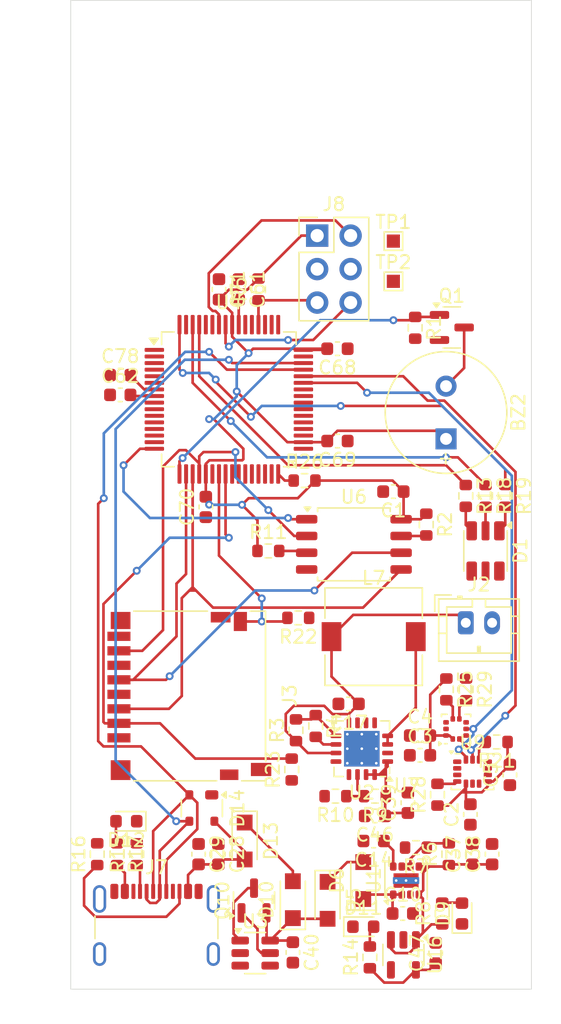
<source format=kicad_pcb>
(kicad_pcb (version 20241229) (generator "pcbnew") (generator_version "9.0")
  (layers (0 "F.Cu" signal) (2 "B.Cu" signal) (13 "F.Paste" user) (15 "B.Paste" user) (5 "F.SilkS" user "F.Silkscreen") (7 "B.SilkS" user "B.Silkscreen") (1 "F.Mask" user) (3 "B.Mask" user) (25 "Edge.Cuts" user))
  (net 0 "")
  (net 1 "+3.3V")
  (net 2 "Net-(BZ2--)")
  (net 3 "GND")
  (net 4 "Net-(D6-K)")
  (net 5 "Net-(U1-SS{slash}TR)")
  (net 6 "Net-(J2-Pin_1)")
  (net 7 "Net-(D13-A)")
  (net 8 "Net-(U16-EN)")
  (net 9 "bat")
  (net 10 "POWAAAA")
  (net 11 "Net-(U4-VDDCORE)")
  (net 12 "Net-(U4-GNDANA)")
  (net 13 "Net-(D1-BA)")
  (net 14 "Net-(D1-RA)")
  (net 15 "Net-(D1-GA)")
  (net 16 "+5V")
  (net 17 "Net-(D9-A)")
  (net 18 "VBUS")
  (net 19 "Net-(D11-A)")
  (net 20 "Net-(D12-A)")
  (net 21 "D+ DMCU-2")
  (net 22 "D- DMCU-2")
  (net 24 "SCK TMCU")
  (net 25 "MISO TMCU")
  (net 26 "SD_DETECT")
  (net 28 "MOSI TMCU")
  (net 29 "CS_SD MMCU")
  (net 31 "Net-(J7-CC2)")
  (net 32 "Net-(J7-CC1)")
  (net 34 "SWDIO DMCU-2")
  (net 35 "nRESET DMCU-2")
  (net 36 "SWCLK DMCU-2")
  (net 37 "Net-(L7-Pad2)")
  (net 38 "BUZZER")
  (net 39 "Net-(Q10-G)")
  (net 40 "Net-(U6-~{HOLD}{slash}~{RESET}{slash}IO_{3})")
  (net 41 "Net-(U2-LBI)")
  (net 42 "Net-(U1-FB)")
  (net 43 "Net-(U2-FB)")
  (net 44 "Net-(U6-~{WP}{slash}IO_{2})")
  (net 45 "2R")
  (net 46 "2G")
  (net 47 "2B")
  (net 48 "Net-(U9-CS)")
  (net 49 "Net-(U7-INT_DRDY)")
  (net 50 "CS_IMU TMCU")
  (net 51 "Net-(U9-INT1)")
  (net 52 "Net-(U7-~{CS})")
  (net 61 "I2C0_SCL")
  (net 64 "PTA12")
  (net 74 "CS_NAND MMCU")
  (net 78 "I2C0_SDA")
  (net 83 "RESETN TMCU")
  (footprint "Resistor_SMD:R_0603_1608Metric" (layer "F.Cu") (at 165.7125 126 90)
    (property "Reference" "R6")
    (property "Value" "350k")
  )
  (footprint "Capacitor_SMD:C_0603_1608Metric" (layer "F.Cu") (at 140.75 91.1625)
    (property "Reference" "C62")
    (property "Value" "100nF")
  )
  (footprint "Package_TO_SOT_SMD:TSOT-23-6" (layer "F.Cu") (at 151 133.5)
    (property "Reference" "U3")
    (property "Value" "LTC4412xS6")
  )
  (footprint "Connector_Card:microSD_HC_Hirose_DM3D-SF" (layer "F.Cu") (at 146 114 -90)
    (property "Reference" "J3")
    (property "Value" "Micro_SD_Card_Det1")
  )
  (footprint "Resistor_SMD:R_0603_1608Metric" (layer "F.Cu") (at 170 98.825 -90)
    (property "Reference" "R19")
    (property "Value" "220")
  )
  (footprint "Capacitor_SMD:C_0603_1608Metric" (layer "F.Cu") (at 146.7 126 -90)
    (property "Reference" "C29")
    (property "Value" "100n")
  )
  (footprint "Connector_PinHeader_2.54mm:PinHeader_2x03_P2.54mm_Vertical" (layer "F.Cu") (at 155.71 79.0825)
    (property "Reference" "J8")
    (property "Value" "Conn_02x03_Counter_Clockwise")
  )
  (footprint "Resistor_SMD:R_0603_1608Metric" (layer "F.Cu") (at 163.1575 86.075 -90)
    (property "Reference" "R1")
    (property "Value" "2k2")
  )
  (footprint "Package_LGA:LGA-14_3x2.5mm_P0.5mm_LayoutBorder3x4y" (layer "F.Cu") (at 167.5125 119.7375)
    (property "Reference" "U9")
    (property "Value" "LSM6DS3")
  )
  (footprint "Diode_SMD:Nexperia_CFP3_SOD-123W" (layer "F.Cu") (at 153.8625 129.45 90)
    (property "Reference" "D10")
    (property "Value" "PMEG6020ER")
  )
  (footprint "TestPoint:TestPoint_Pad_1.0x1.0mm" (layer "F.Cu") (at 161.5 82.55)
    (property "Reference" "TP2")
    (property "Value" "TestPoint")
  )
  (footprint "Package_QFP:TQFP-64_10x10mm_P0.5mm" (layer "F.Cu") (at 149 91.5)
    (property "Reference" "U4")
    (property "Value" "TMCU")
  )
  (footprint "Capacitor_SMD:C_0603_1608Metric" (layer "F.Cu") (at 163.525 117)
    (property "Reference" "C4")
    (property "Value" "100nF")
  )
  (footprint "TestPoint:TestPoint_Pad_1.0x1.0mm" (layer "F.Cu") (at 161.5 79.5)
    (property "Reference" "TP1")
    (property "Value" "TestPoint")
  )
  (footprint "Package_SO:SOIC-8_5.3x5.3mm_P1.27mm" (layer "F.Cu") (at 158.5 102.5)
    (property "Reference" "U6")
    (property "Value" "NAND")
  )
  (footprint "Diode_SMD:Nexperia_CFP3_SOD-123W" (layer "F.Cu") (at 156.5 129.5 -90)
    (property "Reference" "D5")
    (property "Value" "PMEG6020ER")
  )
  (footprint "Diode_SMD:Nexperia_CFP3_SOD-123W" (layer "F.Cu") (at 150.2 125 -90)
    (property "Reference" "D13")
    (property "Value" "PMEG6020ER")
  )
  (footprint "Capacitor_SMD:C_0603_1608Metric" (layer "F.Cu") (at 164.7125 133.5 90)
    (property "Reference" "C47")
    (property "Value" "1u")
  )
  (footprint "Inductor_SMD:L_7.3x7.3_H4.5" (layer "F.Cu") (at 160 109.5)
    (property "Reference" "L7")
    (property "Value" "SLF7055T-6R8N2R8-3PF")
  )
  (footprint "Resistor_SMD:R_0603_1608Metric" (layer "F.Cu") (at 140.5 126 -90)
    (property "Reference" "R17")
    (property "Value" "330")
  )
  (footprint "Resistor_SMD:R_0603_1608Metric" (layer "F.Cu") (at 154.1 116.6 90)
    (property "Reference" "R3")
    (property "Value" "100k")
  )
  (footprint "Capacitor_SMD:C_0603_1608Metric" (layer "F.Cu") (at 163.525 118.5)
    (property "Reference" "C3")
    (property "Value" "100nF")
  )
  (footprint "Resistor_SMD:R_0603_1608Metric" (layer "F.Cu") (at 165.525 113.5 -90)
    (property "Reference" "R25")
    (property "Value" "10k")
  )
  (footprint "LED_SMD:LED_0603_1608Metric" (layer "F.Cu") (at 166.7125 130.5 90)
    (property "Reference" "D9")
    (property "Value" "LED")
  )
  (footprint "Resistor_SMD:R_0603_1608Metric" (layer "F.Cu") (at 168.5 98.825 -90)
    (property "Reference" "R18")
    (property "Value" "220")
  )
  (footprint "Capacitor_SMD:C_0603_1608Metric" (layer "F.Cu") (at 161.5 98.5 180)
    (property "Reference" "C1")
    (property "Value" "100nF")
  )
  (footprint "Resistor_SMD:R_0603_1608Metric" (layer "F.Cu") (at 163.2125 125.5 180)
    (property "Reference" "R7")
    (property "Value" "100k")
  )
  (footprint "Capacitor_SMD:C_0603_1608Metric" (layer "F.Cu") (at 170.35 119.9875 90)
    (property "Reference" "C5")
    (property "Value" "100nF")
  )
  (footprint "Resistor_SMD:R_0603_1608Metric" (layer "F.Cu") (at 153.775 119.575 90)
    (property "Reference" "R23")
    (property "Value" "10kΩ")
  )
  (footprint "Resistor_SMD:R_0603_1608Metric" (layer "F.Cu") (at 142 126 90)
    (property "Reference" "R15")
    (property "Value" "5k1")
  )
  (footprint "Capacitor_SMD:C_0603_1608Metric" (layer "F.Cu") (at 160 125 180)
    (property "Reference" "C14")
    (property "Value" "3.3 nF")
  )
  (footprint "Package_TO_SOT_SMD:SOT-23" (layer "F.Cu") (at 150.9125 129.5125 90)
    (property "Reference" "Q10")
    (property "Value" "DMG2301L")
  )
  (footprint "LED_SMD:LED_0603_1608Metric" (layer "F.Cu") (at 159.2125 131.5)
    (property "Reference" "D11")
    (property "Value" "LED")
  )
  (footprint "LED_SMD:LED_ROHM_SMLVN6" (layer "F.Cu") (at 168.5 103 -90)
    (property "Reference" "D1")
    (property "Value" "SMLVN6RGB")
  )
  (footprint "Connector_USB:USB_C_Receptacle_GCT_USB4105-xx-A_16P_TopMnt_Horizontal" (layer "F.Cu") (at 143.5 132.5)
    (property "Reference" "J7")
    (property "Value" "USB_C_Receptacle_USB2.0_16P")
  )
  (footprint "Package_LGA:Texas_SIL0008D_MicroSiP-8-1EP_2.8x3mm_P0.65mm_EP1.1x1.9mm_ThermalVias" (layer "F.Cu") (at 162.4625 128 90)
    (property "Reference" "U1")
    (property "Value" "TPS82130")
  )
  (footprint "Capacitor_SMD:C_0603_1608Metric" (layer "F.Cu") (at 160.1 123.1 180)
    (property "Reference" "C46")
    (property "Value" "100u")
  )
  (footprint "Resistor_SMD:R_0603_1608Metric" (layer "F.Cu") (at 167.025 113.5 -90)
    (property "Reference" "R29")
    (property "Value" "10k")
  )
  (footprint "Package_DFN_QFN:Texas_RSA_VQFN-16-1EP_4x4mm_P0.65mm_EP2.7x2.7mm_ThermalVias" (layer "F.Cu") (at 159.1 118 180)
    (property "Reference" "U2")
    (property "Value" "TPS61092")
  )
  (footprint "Resistor_SMD:R_0603_1608Metric" (layer "F.Cu") (at 157.1 121.6 180)
    (property "Reference" "R10")
    (property "Value" "100k")
  )
  (footprint "Resistor_SMD:R_0603_1608Metric" (layer "F.Cu") (at 152 103)
    (property "Reference" "R11")
    (property "Value" "10kΩ")
  )
  (footprint "Resistor_SMD:R_0603_1608Metric" (layer "F.Cu") (at 154.275 108.075 180)
    (property "Reference" "R22")
    (property "Value" "10k")
  )
  (footprint "Package_TO_SOT_SMD:SOT-143" (layer "F.Cu") (at 146.95 122.5 -90)
    (property "Reference" "D14")
    (property "Value" "PRTR5V0U2X")
  )
  (footprint "Resistor_SMD:R_0603_1608Metric" (layer "F.Cu") (at 159.7125 133.825 90)
    (property "Reference" "R14")
    (property "Value" "330")
  )
  (footprint "Resistor_SMD:R_0603_1608Metric" (layer "F.Cu") (at 167 98.825 -90)
    (property "Reference" "R13")
    (property "Value" "220")
  )
  (footprint "Capacitor_SMD:C_0603_1608Metric" (layer "F.Cu") (at 149.75 83.1625 -90)
    (property "Reference" "C61")
    (property "Value" "100nF")
  )
  (footprint "Resistor_SMD:R_0603_1608Metric" (layer "F.Cu") (at 151.25 83.1625 90)
    (property "Reference" "R5")
    (property "Value" "10k")
  )
  (footprint "Resistor_SMD:R_0603_1608Metric" (layer "F.Cu") (at 169.35 117.4875 180)
    (property "Reference" "R21")
    (property "Value" "10k")
  )
  (footprint "Package_LGA:ST_HLGA-10_2x2mm_P0.5mm_LayoutBorder3x2y" (layer "F.Cu") (at 166.2625 116.5 90)
    (property "Reference" "U7")
    (property "Value" "LPS22HB")
  )
  (footprint "Capacitor_SMD:C_0603_1608Metric" (layer "F.Cu") (at 169 126 90)
    (property "Reference" "C38")
    (property "Value" "1uF")
  )
  (footprint "Resistor_SMD:R_0603_1608Metric" (layer "F.Cu") (at 160.1 121.6 180)
    (property "Reference" "R9")
    (property "Value" "430k")
  )
  (footprint "LED_SMD:LED_0603_1608Metric" (layer "F.Cu") (at 141.2125 123.5 180)
    (property "Reference" "D12")
    (property "Value" "LED")
  )
  (footprint "Capacitor_SMD:C_0603_1608Metric" (layer "F.Cu") (at 147.25 99.6625 90)
    (property "Reference" "C70")
    (property "Value" "100nF")
  )
  (footprint "Package_TO_SOT_SMD:SOT-23" (layer "F.Cu") (at 165.9375 86.05)
    (property "Reference" "Q1")
    (property "Value" "BSS138")
  )
  (footprint "Capacitor_SMD:C_0603_1608Metric" (layer "F.Cu") (at 157.25 94.6625 180)
    (property "Reference" "C69")
    (property "Value" "100nF")
  )
  (footprint "Capacitor_SMD:C_0603_1608Metric" (layer "F.Cu") (at 140.75 89.6625)
    (property "Reference" "C78")
    (property "Value" "100nF")
  )
  (footprint "Package_TO_SOT_SMD:SOT-23-5" (layer "F.Cu") (at 162.2625 133.6375 -90)
    (property "Reference" "U16")
    (property "Value" "AP2112K-3.3")
  )
  (footprint "Capacitor_SMD:C_0603_1608Metric" (layer "F.Cu") (at 167.35 122.9875 90)
    (property "Reference" "C2")
    (property "Value" "100nF")
  )
  (footprint "Capacitor_SMD:C_0603_1608Metric" (layer "F.Cu") (at 157.25 87.6625 180)
    (property "Reference" "C68")
    (property "Value" "100nF")
  )
  (footprint "Diode_SMD:Nexperia_CFP3_SOD-123W" (layer "F.Cu") (at 159.2125 128 90)
    (property "Reference" "D6")
    (property "Value" "PMEG6020ER")
  )
  (footprint "Resistor_SMD:R_0603_1608Metric" (layer "F.Cu") (at 155.6 116.275 -90)
    (property "Reference" "R4")
    (property "Value" "100k")
  )
  (footprint "Capacitor_SMD:C_0603_1608Metric" (layer "F.Cu") (at 167.5 126 90)
    (property "Reference" "C37")
    (property "Value" "22uF")
  )
  (footprint "Capacitor_SMD:C_0603_1608Metric" (layer "F.Cu") (at 162.2125 130.5)
    (property "Reference" "C10")
    (property "Value" "10uF")
  )
  (footprint "Resistor_SMD:R_0603_1608Metric" (layer "F.Cu") (at 164.85 121.4875 90)
    (property "Reference" "R28")
    (property "Value" "10k")
  )
  (footprint "Resistor_SMD:R_0603_1608Metric" (layer "F.Cu") (at 165.2125 130.5 90)
    (property "Reference" "R8")
    (property "Value" "100")
  )
  (footprint "Capacitor_SMD:C_0603_1608Metric" (layer "F.Cu") (at 162.6 122.1 90)
    (property "Reference" "C39")
    (property "Value" "2u2")
  )
  (footprint "Resistor_SMD:R_0603_1608Metric" (layer "F.Cu") (at 164 101 -90)
    (property "Reference" "R2")
    (property "Value" "10kΩ")
  )
  (footprint "Resistor_SMD:R_0603_1608Metric" (layer "F.Cu") (at 139 126 90)
    (property "Reference" "R16")
    (property "Value" "5k1")
  )
  (footprint "Connector_JST:JST_PH_B2B-PH-K_1x02_P2.00mm_Vertical" (layer "F.Cu") (at 167 108.45)
    (property "Reference" "J2")
    (property "Value" "Conn_01x02_Pin")
  )
  (footprint "Capacitor_SMD:C_0603_1608Metric" (layer "F.Cu") (at 158.1 114.6 180)
    (property "Reference" "C17")
    (property "Value" "10u")
  )
  (footprint "Capacitor_SMD:C_0603_1608Metric" (layer "F.Cu") (at 148.2 126 -90)
    (property "Reference" "C28")
    (property "Value" "4n7")
  )
  (footprint "Resistor_SMD:R_0603_1608Metric" (layer "F.Cu") (at 154.75 97.6625)
    (property "Reference" "R26")
    (property "Value" "R")
  )
  (footprint "Buzzer_Beeper:MagneticBuzzer_PUI_AT-0927-TT-6-R" (layer "F.Cu") (at 165.5 94.5 90)
    (property "Reference" "BZ2")
    (property "Value" "Buzzer")
  )
  (footprint "Capacitor_SMD:C_0603_1608Metric" (layer "F.Cu") (at 153.8625 133.45 -90)
    (property "Reference" "C40")
    (property "Value" "10uF")
  )
  (footprint "Capacitor_SMD:C_0603_1608Metric" (layer "F.Cu") (at 148.25 83.1625 -90)
    (property "Reference" "C71")
    (property "Value" "100nF")
  )
  (gr_rect (start 136.9875 61.2375) (end 171.9875 136.2375) (stroke (width 0.05)) (fill no) (layer "Edge.Cuts"))
  (segment (start 164.3 118.5) (end 164.3 117) (width 0.2) (layer "F.Cu") (net 1))
  (segment (start 149.001 83.1865) (end 148.25 83.9375) (width 0.2) (layer "F.Cu") (net 1))
  (segment (start 170.175 117.4875) (end 170.175 119.0375) (width 0.2) (layer "F.Cu") (net 1))
  (segment (start 156.3875 94.75) (end 156.475 94.6625) (width 0.2) (layer "F.Cu") (net 1))
  (segment (start 150.401 83.1865) (end 149.001 83.1865) (width 0.2) (layer "F.Cu") (net 1))
  (segment (start 164.3 113.9) (end 165.525 112.675) (width 0.2) (layer "F.Cu") (net 1))
  (segment (start 170.175 119.0375) (end 170.35 119.2125) (width 0.2) (layer "F.Cu") (net 1))
  (segment (start 164.8865 93.8865) (end 157.251 93.8865) (width 0.2) (layer "F.Cu") (net 1))
  (segment (start 155.575 97.6625) (end 161.4375 97.6625) (width 0.2) (layer "F.Cu") (net 1))
  (segment (start 165.5 117) (end 164.3 117) (width 0.2) (layer "F.Cu") (net 1))
  (segment (start 149.25 86.75) (end 150.5 88) (width 0.2) (layer "F.Cu") (net 1))
  (segment (start 147.25 96.391176) (end 147.25 97.1625) (width 0.2) (layer "F.Cu") (net 1))
  (segment (start 141.6125 91.25) (end 143.3375 91.25) (width 0.2) (layer "F.Cu") (net 1))
  (segment (start 147.5 93) (end 147.849943 93) (width 0.2) (layer "F.Cu") (net 1))
  (segment (start 162.275 98.5) (end 162.275 100.4075) (width 0.2) (layer "F.Cu") (net 1))
  (segment (start 150 99.5) (end 151.175 100.675) (width 0.2) (layer "F.Cu") (net 1))
  (segment (start 162.275 100.4075) (end 162.0875 100.595) (width 0.2) (layer "F.Cu") (net 1))
  (segment (start 160.801 135.7385) (end 162.249 135.7385) (width 0.2) (layer "F.Cu") (net 1))
  (segment (start 156.475 87.6625) (end 150.8375 87.6625) (width 0.2) (layer "F.Cu") (net 1))
  (segment (start 154.6625 94.75) (end 156.3875 94.75) (width 0.2) (layer "F.Cu") (net 1))
  (segment (start 162.0875 100.595) (end 163.58 100.595) (width 0.2) (layer "F.Cu") (net 1))
  (segment (start 165.5 94.5) (end 164.8865 93.8865) (width 0.2) (layer "F.Cu") (net 1))
  (segment (start 164.2125 134.775) (end 164.7125 134.275) (width 0.2) (layer "F.Cu") (net 1))
  (segment (start 149.25 85.8375) (end 149.25 86.75) (width 0.2) (layer "F.Cu") (net 1))
  (segment (start 149.25 84.9375) (end 148.25 83.9375) (width 0.2) (layer "F.Cu") (net 1))
  (segment (start 150.5 99) (end 150 99.5) (width 0.2) (layer "F.Cu") (net 1))
  (segment (start 166.668749 121.306249) (end 167.0125 120.962499) (width 0.2) (layer "F.Cu") (net 1))
  (segment (start 161.4375 97.6625) (end 162.275 98.5) (width 0.2) (layer "F.Cu") (net 1))
  (segment (start 156.3875 87.75) (end 156.475 87.6625) (width 0.2) (layer "F.Cu") (net 1))
  (segment (start 147.849943 93) (end 150.101 95.251057) (width 0.2) (layer "F.Cu") (net 1))
  (segment (start 154.505 79.0825) (end 151.25 82.3375) (width 0.2) (layer "F.Cu") (net 1))
  (segment (start 159.7125 134.65) (end 160.801 135.7385) (width 0.2) (layer "F.Cu") (net 1))
  (segment (start 165.75 117) (end 166.0125 117.2625) (width 0.2) (layer "F.Cu") (net 1))
  (segment (start 164.85 122.3125) (end 165.662499 122.3125) (width 0.2) (layer "F.Cu") (net 1))
  (segment (start 157.251 93.8865) (end 156.475 94.6625) (width 0.2) (layer "F.Cu") (net 1))
  (segment (start 165.662499 122.3125) (end 166.668749 121.306249) (width 0.2) (layer "F.Cu") (net 1))
  (segment (start 147.517176 96.124) (end 147.25 96.391176) (width 0.2) (layer "F.Cu") (net 1))
  (segment (start 155.71 79.0825) (end 154.505 79.0825) (width 0.2) (layer "F.Cu") (net 1))
  (segment (start 150.017176 96.124) (end 147.517176 96.124) (width 0.2) (layer "F.Cu") (net 1))
  (segment (start 151.25 82.3375) (end 150.401 83.1865) (width 0.2) (layer "F.Cu") (net 1))
  (segment (start 167.0125 121.875) (end 167.35 122.2125) (width 0.2) (layer "F.Cu") (net 1))
  (segment (start 147.25 99.2375) (end 147.5 99.4875) (width 0.2) (layer "F.Cu") (net 1))
  (segment (start 168.675 120.851848) (end 168.220599 121.306249) (width 0.2) (layer "F.Cu") (net 1))
  (segment (start 153.44706 94.75) (end 149.59853 90.90147) (width 0.2) (layer "F.Cu") (net 1))
  (segment (start 168.675 120.4875) (end 169.075 120.4875) (width 0.2) (layer "F.Cu") (net 1))
  (segment (start 165.5 117) (end 165.75 117) (width 0.2) (layer "F.Cu") (net 1))
  (segment (start 167.0125 120.962499) (end 167.0125 120.65) (width 0.2) (layer "F.Cu") (net 1))
  (segment (start 163.58 100.595) (end 164 100.175) (width 0.2) (layer "F.Cu") (net 1))
  (segment (start 167.0125 120.65) (end 167.0125 121.875) (width 0.2) (layer "F.Cu") (net 1))
  (segment (start 155.575 97.6625) (end 154.2375 99) (width 0.2) (layer "F.Cu") (net 1))
  (segment (start 169.075 120.4875) (end 170.35 119.2125) (width 0.2) (layer "F.Cu") (net 1))
  (segment (start 154.6625 94.75) (end 153.44706 94.75) (width 0.2) (layer "F.Cu") (net 1))
  (segment (start 162.249 135.7385) (end 163.2125 134.775) (width 0.2) (layer "F.Cu") (net 1))
  (segment (start 150.101 96.040176) (end 150.017176 96.124) (width 0.2) (layer "F.Cu") (net 1))
  (segment (start 147.25 98.8875) (end 147.25 99.2375) (width 0.2) (layer "F.Cu") (net 1))
  (segment (start 154.6625 87.75) (end 156.3875 87.75) (width 0.2) (layer "F.Cu") (net 1))
  (segment (start 163.2125 134.775) (end 164.2125 134.775) (width 0.2) (layer "F.Cu") (net 1))
  (segment (start 164.3 117) (end 164.3 113.9) (width 0.2) (layer "F.Cu") (net 1))
  (segment (start 150.8375 87.6625) (end 150.5 88) (width 0.2) (layer "F.Cu") (net 1))
  (segment (start 150.101 95.251057) (end 150.101 96.040176) (width 0.2) (layer "F.Cu") (net 1))
  (segment (start 154.2375 99) (end 150.5 99) (width 0.2) (layer "F.Cu") (net 1))
  (segment (start 151.175 100.675) (end 151.175 103) (width 0.2) (layer "F.Cu") (net 1))
  (segment (start 141.525 91.1625) (end 141.6125 91.25) (width 0.2) (layer "F.Cu") (net 1))
  (segment (start 149.25 85.8375) (end 149.25 84.9375) (width 0.2) (layer "F.Cu") (net 1))
  (segment (start 168.675 120.4875) (end 168.675 120.851848) (width 0.2) (layer "F.Cu") (net 1))
  (segment (start 147.25 98.8875) (end 147.25 97.1625) (width 0.2) (layer "F.Cu") (net 1))
  (segment (start 168.220599 121.306249) (end 166.668749 121.306249) (width 0.2) (layer "F.Cu") (net 1))
  (via (at 149.59853 90.90147) (size 0.6) (drill 0.3) (layers "F.Cu" "B.Cu") (net 1))
  (via (at 150.5 88) (size 0.6) (drill 0.3) (layers "F.Cu" "B.Cu") (net 1))
  (via (at 147.5 99.4875) (size 0.6) (drill 0.3) (layers "F.Cu" "B.Cu") (net 1))
  (via (at 147.5 93) (size 0.6) (drill 0.3) (layers "F.Cu" "B.Cu") (net 1))
  (via (at 150 99.5) (size 0.6) (drill 0.3) (layers "F.Cu" "B.Cu") (net 1))
  (segment (start 149.59853 91.277351) (end 147.875881 93) (width 0.2) (layer "B.Cu") (net 1))
  (segment (start 149.59853 88.90147) (end 149.59853 90.90147) (width 0.2) (layer "B.Cu") (net 1))
  (segment (start 150.5 88) (end 149.59853 88.90147) (width 0.2) (layer "B.Cu") (net 1))
  (segment (start 147.875881 93) (end 147.5 93) (width 0.2) (layer "B.Cu") (net 1))
  (segment (start 147.5125 99.5) (end 150 99.5) (width 0.2) (layer "B.Cu") (net 1))
  (segment (start 149.59853 90.90147) (end 149.59853 91.277351) (width 0.2) (layer "B.Cu") (net 1))
  (segment (start 147.5 99.4875) (end 147.5125 99.5) (width 0.2) (layer "B.Cu") (net 1))
  (segment (start 166.875 89.125) (end 165.5 90.5) (width 0.2) (layer "F.Cu") (net 2))
  (segment (start 166.875 86.05) (end 166.875 89.125) (width 0.2) (layer "F.Cu") (net 2))
  (segment (start 156.175 117.675) (end 155.6 117.1) (width 0.2) (layer "F.Cu") (net 3))
  (segment (start 157.1375 117.675) (end 156.175 117.675) (width 0.2) (layer "F.Cu") (net 3))
  (segment (start 161.4875 129.0625) (end 159.55 129.0625) (width 0.2) (layer "F.Cu") (net 4))
  (segment (start 159.55 129.0625) (end 159.2125 129.4) (width 0.2) (layer "F.Cu") (net 4))
  (segment (start 161.4375 129.1125) (end 161.4875 129.0625) (width 0.2) (layer "F.Cu") (net 4))
  (segment (start 162.1375 129.0625) (end 161.4875 129.0625) (width 0.2) (layer "F.Cu") (net 4))
  (segment (start 161.4375 130.5) (end 161.4375 129.1125) (width 0.2) (layer "F.Cu") (net 4))
  (segment (start 161.4875 126.9375) (end 161.4875 125.7125) (width 0.2) (layer "F.Cu") (net 5))
  (segment (start 161.4875 125.7125) (end 160.775 125) (width 0.2) (layer "F.Cu") (net 5))
  (segment (start 158.099 115.376) (end 158.875 114.6) (width 0.2) (layer "F.Cu") (net 6))
  (segment (start 154.1 117.425) (end 153.324 116.649) (width 0.2) (layer "F.Cu") (net 6))
  (segment (start 158.875 114.6) (end 158.125 115.35) (width 0.2) (layer "F.Cu") (net 6))
  (segment (start 154.1 117.425) (end 155 118.325) (width 0.2) (layer "F.Cu") (net 6))
  (segment (start 156.87589 115.376) (end 158.099 115.376) (width 0.2) (layer "F.Cu") (net 6))
  (segment (start 156.8 112.525) (end 158.875 114.6) (width 0.2) (layer "F.Cu") (net 6))
  (segment (start 158.125 115.35) (end 158.125 116.0375) (width 0.2) (layer "F.Cu") (net 6))
  (segment (start 166.4 107.85) (end 158.45 107.85) (width 0.2) (layer "F.Cu") (net 6))
  (segment (start 167 108.45) (end 166.4 107.85) (width 0.2) (layer "F.Cu") (net 6))
  (segment (start 153.324 116.649) (end 153.324 115.361936) (width 0.2) (layer "F.Cu") (net 6))
  (segment (start 156.8 109.5) (end 156.8 112.525) (width 0.2) (layer "F.Cu") (net 6))
  (segment (start 153.324 115.361936) (end 153.936936 114.749) (width 0.2) (layer "F.Cu") (net 6))
  (segment (start 156.24889 114.749) (end 156.87589 115.376) (width 0.2) (layer "F.Cu") (net 6))
  (segment (start 153.936936 114.749) (end 156.24889 114.749) (width 0.2) (layer "F.Cu") (net 6))
  (segment (start 155 118.325) (end 157.1375 118.325) (width 0.2) (layer "F.Cu") (net 6))
  (segment (start 158.45 107.85) (end 156.8 109.5) (width 0.2) (layer "F.Cu") (net 6))
  (segment (start 150.2 126.4) (end 148.575 126.4) (width 0.2) (layer "F.Cu") (net 7))
  (segment (start 150.2 125.8) (end 150.2 126.4) (width 0.2) (layer "F.Cu") (net 7))
  (segment (start 145.9 127.575) (end 145.9 128.82) (width 0.2) (layer "F.Cu") (net 7))
  (segment (start 147.9 123.5) (end 150.2 125.8) (width 0.2) (layer "F.Cu") (net 7))
  (segment (start 140.5 126.825) (end 141.1 127.425) (width 0.2) (layer "F.Cu") (net 7))
  (segment (start 148.575 126.4) (end 148.2 126.775) (width 0.2) (layer "F.Cu") (net 7))
  (segment (start 146.7 126.775) (end 145.9 127.575) (width 0.2) (layer "F.Cu") (net 7))
  (segment (start 141.1 127.425) (end 141.1 128.82) (width 0.2) (layer "F.Cu") (net 7))
  (segment (start 148.2 126.775) (end 146.7 126.775) (width 0.2) (layer "F.Cu") (net 7))
  (segment (start 163.7635 127.5) (end 163.7635 127.3865) (width 0.2) (layer "F.Cu") (net 8))
  (segment (start 163.2125 133) (end 163.2125 132.5) (width 0.2) (layer "F.Cu") (net 8))
  (segment (start 163.7635 127.5) (end 163.7635 127.2635) (width 0.2) (layer "F.Cu") (net 8))
  (segment (start 163.7385 131.974) (end 163.7385 129.3635) (width 0.2) (layer "F.Cu") (net 8))
  (segment (start 165.7625 126.775) (end 165.7125 126.825) (width 0.2) (layer "F.Cu") (net 8))
  (segment (start 163.7635 128.7365) (end 163.7635 127.5) (width 0.2) (layer "F.Cu") (net 8))
  (segment (start 164.3875 131.325) (end 163.2125 132.5) (width 0.2) (layer "F.Cu") (net 8))
  (segment (start 164.2125 126.9375) (end 165.6 126.9375) (width 0.2) (layer "F.Cu") (net 8))
  (segment (start 167.5 126.775) (end 165.7625 126.775) (width 0.2) (layer "F.Cu") (net 8))
  (segment (start 165.2125 131.325) (end 164.3875 131.325) (width 0.2) (layer "F.Cu") (net 8))
  (segment (start 163.7125 126.9375) (end 164.2125 126.9375) (width 0.2) (layer "F.Cu") (net 8))
  (segment (start 164.18125 126.96875) (end 164.2125 126.9375) (width 0.2) (layer "F.Cu") (net 8))
  (segment (start 165.6 126.9375) (end 165.7125 126.825) (width 0.2) (layer "F.Cu") (net 8))
  (segment (start 161.3125 133.162499) (end 161.650001 133.5) (width 0.2) (layer "F.Cu") (net 8))
  (segment (start 163.95625 126.96875) (end 164.18125 126.96875) (width 0.2) (layer "F.Cu") (net 8))
  (segment (start 161.650001 133.5) (end 162.7125 133.5) (width 0.2) (layer "F.Cu") (net 8))
  (segment (start 163.7635 127.2635) (end 163.7125 127.2125) (width 0.2) (layer "F.Cu") (net 8))
  (segment (start 169 126.775) (end 167.5 126.775) (width 0.2) (layer "F.Cu") (net 8))
  (segment (start 163.2125 132.5) (end 163.7385 131.974) (width 0.2) (layer "F.Cu") (net 8))
  (segment (start 163.7635 127.2635) (end 163.4375 126.9375) (width 0.2) (layer "F.Cu") (net 8))
  (segment (start 163.4375 129.0625) (end 163.7635 128.7365) (width 0.2) (layer "F.Cu") (net 8))
  (segment (start 163.7635 127.3865) (end 164.18125 126.96875) (width 0.2) (layer "F.Cu") (net 8))
  (segment (start 163.7385 129.3635) (end 163.4375 129.0625) (width 0.2) (layer "F.Cu") (net 8))
  (segment (start 163.7125 127.2125) (end 163.95625 126.96875) (width 0.2) (layer "F.Cu") (net 8))
  (segment (start 163.7125 127.2125) (end 163.7125 126.9375) (width 0.2) (layer "F.Cu") (net 8))
  (segment (start 163.4375 126.9375) (end 163.7125 126.9375) (width 0.2) (layer "F.Cu") (net 8))
  (segment (start 162.7125 133.5) (end 163.2125 133) (width 0.2) (layer "F.Cu") (net 8))
  (segment (start 161.3125 132.5) (end 161.3125 133.162499) (width 0.2) (layer "F.Cu") (net 8))
  (segment (start 160.7875 119.9625) (end 160.925 120.1) (width 0.2) (layer "F.Cu") (net 9))
  (segment (start 161.0625 119.1) (end 161.0625 119.3395) (width 0.2) (layer "F.Cu") (net 9))
  (segment (start 161.0625 119.3395) (end 160.701 119.701) (width 0.2) (layer "F.Cu") (net 9))
  (segment (start 149.3625 132.05) (end 149.8625 132.55) (width 0.2) (layer "F.Cu") (net 9))
  (segment (start 150.458032 128.575) (end 149.3625 129.670532) (width 0.2) (layer "F.Cu") (net 9))
  (segment (start 162.6 122.875) (end 161.1 122.875) (width 0.2) (layer "F.Cu") (net 9))
  (segment (start 149.3625 129.670532) (end 149.3625 132.05) (width 0.2) (layer "F.Cu") (net 9))
  (segment (start 160.925 119.2375) (end 160.925 120.1) (width 0.2) (layer "F.Cu") (net 9))
  (segment (start 160.6125 119.9625) (end 160.7875 119.7875) (width 0.2) (layer "F.Cu") (net 9))
  (segment (start 160.4395 119.9625) (end 160.075 119.9625) (width 0.2) (layer "F.Cu") (net 9))
  (segment (start 159.425 119.9625) (end 160.075 119.9625) (width 0.2) (layer "F.Cu") (net 9))
  (segment (start 160.075 119.9625) (end 160.7875 119.9625) (width 0.2) (layer "F.Cu") (net 9))
  (segment (start 161.1 122.875) (end 160.875 123.1) (width 0.2) (layer "F.Cu") (net 9))
  (segment (start 160.875 121.65) (end 160.925 121.6) (width 0.2) (layer "F.Cu") (net 9))
  (segment (start 161.0625 119.1) (end 160.925 119.2375) (width 0.2) (layer "F.Cu") (net 9))
  (segment (start 161.0625 118.975) (end 161.0625 119.1) (width 0.2) (layer "F.Cu") (net 9))
  (segment (start 160.701 119.701) (end 160.4395 119.9625) (width 0.2) (layer "F.Cu") (net 9))
  (segment (start 160.4395 119.9625) (end 160.6125 119.9625) (width 0.2) (layer "F.Cu") (net 9))
  (segment (start 160.7875 119.9625) (end 160.7875 119.7875) (width 0.2) (layer "F.Cu") (net 9))
  (segment (start 160.875 123.1) (end 160.875 121.65) (width 0.2) (layer "F.Cu") (net 9))
  (segment (start 150.9125 128.575) (end 150.458032 128.575) (width 0.2) (layer "F.Cu") (net 9))
  (segment (start 160.7875 119.7875) (end 160.701 119.701) (width 0.2) (layer "F.Cu") (net 9))
  (segment (start 160.925 120.1) (end 160.925 121.6) (width 0.2) (layer "F.Cu") (net 9))
  (segment (start 153.7375 132.55) (end 153.8625 132.675) (width 0.2) (layer "F.Cu") (net 10))
  (segment (start 152.1375 132.55) (end 153.7375 132.55) (width 0.2) (layer "F.Cu") (net 10))
  (segment (start 156.5 130.9) (end 153.9125 130.9) (width 0.2) (layer "F.Cu") (net 10))
  (segment (start 153.8375 130.85) (end 152.1375 132.55) (width 0.2) (layer "F.Cu") (net 10))
  (segment (start 151.8625 132.275) (end 152.1375 132.55) (width 0.2) (layer "F.Cu") (net 10))
  (segment (start 151.8625 130.45) (end 151.8625 132.275) (width 0.2) (layer "F.Cu") (net 10))
  (segment (start 153.9125 130.9) (end 153.8625 130.85) (width 0.2) (layer "F.Cu") (net 10))
  (segment (start 153.8625 130.85) (end 153.8375 130.85) (width 0.2) (layer "F.Cu") (net 10))
  (segment (start 149.75 83.9375) (end 149.75 85.8375) (width 0.2) (layer "F.Cu") (net 11))
  (segment (start 142.566176 90.75) (end 143.3375 90.75) (width 0.2) (layer "F.Cu") (net 12))
  (segment (start 141.525 89.708824) (end 142.566176 90.75) (width 0.2) (layer "F.Cu") (net 12))
  (segment (start 141.525 89.6625) (end 141.525 89.708824) (width 0.2) (layer "F.Cu") (net 12))
  (segment (start 170 101.025) (end 169.55 101.475) (width 0.2) (layer "F.Cu") (net 13))
  (segment (start 170 99.65) (end 170 101.025) (width 0.2) (layer "F.Cu") (net 13))
  (segment (start 168.5 99.65) (end 168.5 101.475) (width 0.2) (layer "F.Cu") (net 14))
  (segment (start 167 99.65) (end 167 101.025) (width 0.2) (layer "F.Cu") (net 15))
  (segment (start 167 101.025) (end 167.45 101.475) (width 0.2) (layer "F.Cu") (net 15))
  (segment (start 158 126.6) (end 156.5 128.1) (width 0.2) (layer "F.Cu") (net 16))
  (segment (start 159.2125 126.6) (end 158 126.6) (width 0.2) (layer "F.Cu") (net 16))
  (segment (start 166.675 129.675) (end 166.7125 129.7125) (width 0.2) (layer "F.Cu") (net 17))
  (segment (start 165.2125 129.675) (end 166.675 129.675) (width 0.2) (layer "F.Cu") (net 17))
  (segment (start 153.8625 127.2625) (end 153.8625 128.05) (width 0.2) (layer "F.Cu") (net 18))
  (segment (start 150.2 123.6) (end 153.8625 127.2625) (width 0.2) (layer "F.Cu") (net 18))
  (segment (start 159.7125 133) (end 159.7125 131.7875) (width 0.2) (layer "F.Cu") (net 19))
  (segment (start 159.7125 131.7875) (end 160 131.5) (width 0.2) (layer "F.Cu") (net 19))
  (segment (start 140.425 125.1) (end 140.5 125.175) (width 0.2) (layer "F.Cu") (net 20))
  (segment (start 140.425 123.5) (end 140.425 125.1) (width 0.2) (layer "F.Cu") (net 20))
  (segment (start 142.326 117.826) (end 139.474 117.826) (width 0.2) (layer "F.Cu") (net 21))
  (segment (start 139.073 99.427) (end 139.5 99) (width 0.2) (layer "F.Cu") (net 21))
  (segment (start 146 121.5) (end 142.326 117.826) (width 0.2) (layer "F.Cu") (net 21))
  (segment (start 139.073 117.425) (end 139.073 99.427) (width 0.2) (layer "F.Cu") (net 21))
  (segment (start 144.25 126.44989) (end 144.25 128.82) (width 0.2) (layer "F.Cu") (net 21))
  (segment (start 146 121.5) (end 146.601 122.101) (width 0.2) (layer "F.Cu") (net 21))
  (segment (start 146.601 122.101) (end 146.601 124.09889) (width 0.2) (layer "F.Cu") (net 21))
  (segment (start 146 121.5) (end 143.25 124.25) (width 0.2) (layer "F.Cu") (net 21))
  (segment (start 146.601 124.09889) (end 144.25 126.44989) (width 0.2) (layer "F.Cu") (net 21))
  (segment (start 139.474 117.826) (end 139.073 117.425) (width 0.2) (layer "F.Cu") (net 21))
  (segment (start 148.85 89.25) (end 154.6625 89.25) (width 0.2) (layer "F.Cu") (net 21))
  (segment (start 147.5 87.9) (end 148.85 89.25) (width 0.2) (layer "F.Cu") (net 21))
  (segment (start 143.25 124.25) (end 143.25 128.82) (width 0.2) (layer "F.Cu") (net 21))
  (via (at 139.5 99) (size 0.6) (drill 0.3) (layers "F.Cu" "B.Cu") (net 21))
  (via (at 147.5 87.9) (size 0.6) (drill 0.3) (layers "F.Cu" "B.Cu") (net 21))
  (segment (start 145.682957 87.9) (end 147.5 87.9) (width 0.2) (layer "B.Cu") (net 21))
  (segment (start 139.5 94.082957) (end 145.682957 87.9) (width 0.2) (layer "B.Cu") (net 21))
  (segment (start 139.5 99) (end 139.5 94.082957) (width 0.2) (layer "B.Cu") (net 21))
  (segment (start 143.75 129.428824) (end 143.482824 129.696) (width 0.2) (layer "F.Cu") (net 22))
  (segment (start 143.75 128.82) (end 143.75 129.428824) (width 0.2) (layer "F.Cu") (net 22))
  (segment (start 143.75 125.75) (end 143.75 128.82) (width 0.2) (layer "F.Cu") (net 22))
  (segment (start 146 123.5) (end 143.75 125.75) (width 0.2) (layer "F.Cu") (net 22))
  (segment (start 146 123.5) (end 145 123.5) (width 0.2) (layer "F.Cu") (net 22))
  (segment (start 143.482824 129.696) (end 143.017176 129.696) (width 0.2) (layer "F.Cu") (net 22))
  (segment (start 149.25 88.75) (end 154.6625 88.75) (width 0.2) (layer "F.Cu") (net 22))
  (segment (start 143.017176 129.696) (end 142.75 129.428824) (width 0.2) (layer "F.Cu") (net 22))
  (segment (start 149 88.5) (end 149.25 88.75) (width 0.2) (layer "F.Cu") (net 22))
  (segment (start 142.75 129.428824) (end 142.75 128.82) (width 0.2) (layer "F.Cu") (net 22))
  (via (at 149 88.5) (size 0.6) (drill 0.3) (layers "F.Cu" "B.Cu") (net 22))
  (via (at 145 123.5) (size 0.6) (drill 0.3) (layers "F.Cu" "B.Cu") (net 22))
  (segment (start 145.650057 88.5) (end 149 88.5) (width 0.2) (layer "B.Cu") (net 22))
  (segment (start 140.399 118.899) (end 140.399 93.751057) (width 0.2) (layer "B.Cu") (net 22))
  (segment (start 140.399 93.751057) (end 145.650057 88.5) (width 0.2) (layer "B.Cu") (net 22))
  (segment (start 145 123.5) (end 140.399 118.899) (width 0.2) (layer "B.Cu") (net 22))
  (segment (start 162.0875 103.135) (end 158.365 103.135) (width 0.2) (layer "F.Cu") (net 24))
  (segment (start 145.75 104.75) (end 145.75 97.1625) (width 0.2) (layer "F.Cu") (net 24))
  (segment (start 141.725 112.775) (end 145.023 109.477) (width 0.2) (layer "F.Cu") (net 24))
  (segment (start 144.225 112.775) (end 140.65 112.775) (width 0.2) (layer "F.Cu") (net 24))
  (segment (start 144.5 112.5) (end 144.225 112.775) (width 0.2) (layer "F.Cu") (net 24))
  (segment (start 145.023 109.477) (end 145.023 105.477) (width 0.2) (layer "F.Cu") (net 24))
  (segment (start 140.65 112.775) (end 141.725 112.775) (width 0.2) (layer "F.Cu") (net 24))
  (segment (start 158.365 103.135) (end 155.5 106) (width 0.2) (layer "F.Cu") (net 24))
  (segment (start 145.023 105.477) (end 145.75 104.75) (width 0.2) (layer "F.Cu") (net 24))
  (via (at 144.5 112.5) (size 0.6) (drill 0.3) (layers "F.Cu" "B.Cu") (net 24))
  (via (at 155.5 106) (size 0.6) (drill 0.3) (layers "F.Cu" "B.Cu") (net 24))
  (segment (start 155.5 106) (end 151 106) (width 0.2) (layer "B.Cu") (net 24))
  (segment (start 151 106) (end 144.5 112.5) (width 0.2) (layer "B.Cu") (net 24))
  (segment (start 145.239202 95.353836) (end 144 96.593038) (width 0.2) (layer "F.Cu") (net 25))
  (segment (start 142.425 110.575) (end 140.65 110.575) (width 0.2) (layer "F.Cu") (net 25))
  (segment (start 144 109) (end 142.425 110.575) (width 0.2) (layer "F.Cu") (net 25))
  (segment (start 154.9125 101.865) (end 153.965 101.865) (width 0.2) (layer "F.Cu") (net 25))
  (segment (start 145.737088 95.353836) (end 145.239202 95.353836) (width 0.2) (layer "F.Cu") (net 25))
  (segment (start 153.965 101.865) (end 152 99.9) (width 0.2) (layer "F.Cu") (net 25))
  (segment (start 147.070588 95.5) (end 146.75 95.820588) (width 0.2) (layer "F.Cu") (net 25))
  (segment (start 144 96.593038) (end 144 109) (width 0.2) (layer "F.Cu") (net 25))
  (segment (start 146.75 95.820588) (end 146.75 97.1625) (width 0.2) (layer "F.Cu") (net 25))
  (segment (start 146.75 96.366748) (end 145.737088 95.353836) (width 0.2) (layer "F.Cu") (net 25))
  (segment (start 146.75 97.1625) (end 146.75 96.366748) (width 0.2) (layer "F.Cu") (net 25))
  (segment (start 149.5 95.5) (end 147.070588 95.5) (width 0.2) (layer "F.Cu") (net 25))
  (via (at 149.5 95.5) (size 0.6) (drill 0.3) (layers "F.Cu" "B.Cu") (net 25))
  (via (at 152 99.9) (size 0.6) (drill 0.3) (layers "F.Cu" "B.Cu") (net 25))
  (segment (start 149.5 97.4) (end 149.5 95.5) (width 0.2) (layer "B.Cu") (net 25))
  (segment (start 152 99.9) (end 149.5 97.4) (width 0.2) (layer "B.Cu") (net 25))
  (segment (start 153.175 108.35) (end 153.45 108.075) (width 0.2) (layer "F.Cu") (net 26))
  (segment (start 149.875 108.35) (end 151.5 108.35) (width 0.2) (layer "F.Cu") (net 26))
  (segment (start 148.25 103.35) (end 148.25 97.1625) (width 0.2) (layer "F.Cu") (net 26))
  (segment (start 151.5 108.35) (end 151.5 108.5) (width 0.2) (layer "F.Cu") (net 26))
  (segment (start 151.5 106.6) (end 148.25 103.35) (width 0.2) (layer "F.Cu") (net 26))
  (segment (start 151.5 108.35) (end 153.175 108.35) (width 0.2) (layer "F.Cu") (net 26))
  (via (at 151.5 108.35) (size 0.6) (drill 0.3) (layers "F.Cu" "B.Cu") (net 26))
  (via (at 151.5 106.6) (size 0.6) (drill 0.3) (layers "F.Cu" "B.Cu") (net 26))
  (segment (start 151.5 108.35) (end 151.5 106.6) (width 0.2) (layer "B.Cu") (net 26))
  (segment (start 145.424 114) (end 145.424 106.576) (width 0.2) (layer "F.Cu") (net 28))
  (segment (start 162.0875 104.405) (end 159.1935 107.299) (width 0.2) (layer "F.Cu") (net 28))
  (segment (start 146 106) (end 146.25 105.75) (width 0.2) (layer "F.Cu") (net 28))
  (segment (start 140.65 114.975) (end 144.449 114.975) (width 0.2) (layer "F.Cu") (net 28))
  (segment (start 147.799 107.299) (end 146.5 106) (width 0.2) (layer "F.Cu") (net 28))
  (segment (start 146 106) (end 146.5 106) (width 0.2) (layer "F.Cu") (net 28))
  (segment (start 145.424 106.576) (end 146 106) (width 0.2) (layer "F.Cu") (net 28))
  (segment (start 146.5 106) (end 146.25 105.75) (width 0.2) (layer "F.Cu") (net 28))
  (segment (start 159.1935 107.299) (end 147.799 107.299) (width 0.2) (layer "F.Cu") (net 28))
  (segment (start 144.449 114.975) (end 145.424 114) (width 0.2) (layer "F.Cu") (net 28))
  (segment (start 146.25 105.75) (end 146.25 97.1625) (width 0.2) (layer "F.Cu") (net 28))
  (segment (start 149 102) (end 148.75 101.75) (width 0.2) (layer "F.Cu") (net 29))
  (segment (start 139.474 115.974) (end 139.474 107.026) (width 0.2) (layer "F.Cu") (net 29))
  (segment (start 140.65 116.075) (end 139.575 116.075) (width 0.2) (layer "F.Cu") (net 29))
  (segment (start 139.474 107.026) (end 142 104.5) (width 0.2) (layer "F.Cu") (net 29))
  (segment (start 146.45 118.75) (end 143.775 116.075) (width 0.2) (layer "F.Cu") (net 29))
  (segment (start 139.575 116.075) (end 139.474 115.974) (width 0.2) (layer "F.Cu") (net 29))
  (segment (start 148.75 101.75) (end 148.75 97.1625) (width 0.2) (layer "F.Cu") (net 29))
  (segment (start 153.775 118.75) (end 146.45 118.75) (width 0.2) (layer "F.Cu") (net 29))
  (segment (start 143.775 116.075) (end 140.65 116.075) (width 0.2) (layer "F.Cu") (net 29))
  (via (at 149 102) (size 0.6) (drill 0.3) (layers "F.Cu" "B.Cu") (net 29))
  (via (at 142 104.5) (size 0.6) (drill 0.3) (layers "F.Cu" "B.Cu") (net 29))
  (segment (start 142 104.5) (end 144.5 102) (width 0.2) (layer "B.Cu") (net 29))
  (segment (start 144.5 102) (end 149 102) (width 0.2) (layer "B.Cu") (net 29))
  (segment (start 144.254 130.746) (end 138.848215 130.746) (width 0.2) (layer "F.Cu") (net 31))
  (segment (start 138 127.825) (end 139 126.825) (width 0.2) (layer "F.Cu") (net 31))
  (segment (start 145.25 128.82) (end 145.25 129.75) (width 0.2) (layer "F.Cu") (net 31))
  (segment (start 145.25 129.75) (end 144.254 130.746) (width 0.2) (layer "F.Cu") (net 31))
  (segment (start 138.848215 130.746) (end 138 129.897785) (width 0.2) (layer "F.Cu") (net 31))
  (segment (start 138 129.897785) (end 138 127.825) (width 0.2) (layer "F.Cu") (net 31))
  (segment (start 142 126.825) (end 142.25 127.075) (width 0.2) (layer "F.Cu") (net 32))
  (segment (start 142.25 127.075) (end 142.25 128.82) (width 0.2) (layer "F.Cu") (net 32))
  (segment (start 148.25 85.066176) (end 148.25 85.8375) (width 0.2) (layer "F.Cu") (net 34))
  (segment (start 147.474 84.5) (end 147.773 84.799) (width 0.2) (layer "F.Cu") (net 34))
  (segment (start 147.982824 84.799) (end 148.25 85.066176) (width 0.2) (layer "F.Cu") (net 34))
  (segment (start 147.773 84.799) (end 147.982824 84.799) (width 0.2) (layer "F.Cu") (net 34))
  (segment (start 147.474 81.93839) (end 147.474 84.5) (width 0.2) (layer "F.Cu") (net 34))
  (segment (start 151.48089 77.9315) (end 147.474 81.93839) (width 0.2) (layer "F.Cu") (net 34))
  (segment (start 157.099 77.9315) (end 151.48089 77.9315) (width 0.2) (layer "F.Cu") (net 34))
  (segment (start 158.25 79.0825) (end 157.099 77.9315) (width 0.2) (layer "F.Cu") (net 34))
  (segment (start 151.25 83.9875) (end 151.25 85.8375) (width 0.2) (layer "F.Cu") (net 35))
  (segment (start 151.25 83.9875) (end 155.535 83.9875) (width 0.2) (layer "F.Cu") (net 35))
  (segment (start 155.535 83.9875) (end 155.71 84.1625) (width 0.2) (layer "F.Cu") (net 35))
  (segment (start 155.4125 87) (end 153.5 87) (width 0.2) (layer "F.Cu") (net 36))
  (segment (start 148.75 87.25) (end 148.75 85.8375) (width 0.2) (layer "F.Cu") (net 36))
  (segment (start 158.25 84.1625) (end 155.4125 87) (width 0.2) (layer "F.Cu") (net 36))
  (segment (start 149 87.5) (end 148.75 87.25) (width 0.2) (layer "F.Cu") (net 36))
  (via (at 153.5 87) (size 0.6) (drill 0.3) (layers "F.Cu" "B.Cu") (net 36))
  (via (at 149 87.5) (size 0.6) (drill 0.3) (layers "F.Cu" "B.Cu") (net 36))
  (segment (start 149.5 87) (end 149 87.5) (width 0.2) (layer "B.Cu") (net 36))
  (segment (start 153.5 87) (end 149.5 87) (width 0.2) (layer "B.Cu") (net 36))
  (segment (start 163.2 114.8875) (end 161.0625 117.025) (width 0.2) (layer "F.Cu") (net 37))
  (segment (start 161.0625 117.025) (end 161.0625 117.675) (width 0.2) (layer "F.Cu") (net 37))
  (segment (start 163.2 109.5) (end 163.2 114.8875) (width 0.2) (layer "F.Cu") (net 37))
  (segment (start 163.1575 85.25) (end 164.85 85.25) (width 0.2) (layer "F.Cu") (net 38))
  (segment (start 162.9075 85.5) (end 163.1575 85.25) (width 0.2) (layer "F.Cu") (net 38))
  (segment (start 164.85 85.25) (end 165 85.1) (width 0.2) (layer "F.Cu") (net 38))
  (segment (start 145.25 97.1625) (end 145.25 96.192981) (width 0.2) (layer "F.Cu") (net 38))
  (segment (start 145.25 96.192981) (end 145.488145 95.954836) (width 0.2) (layer "F.Cu") (net 38))
  (segment (start 161.5 85.5) (end 162.9075 85.5) (width 0.2) (layer "F.Cu") (net 38))
  (via (at 161.5 85.5) (size 0.6) (drill 0.3) (layers "F.Cu" "B.Cu") (net 38))
  (via (at 145.488145 95.954836) (size 0.6) (drill 0.3) (layers "F.Cu" "B.Cu") (net 38))
  (segment (start 145.488145 95.954836) (end 155.942981 85.5) (width 0.2) (layer "B.Cu") (net 38))
  (segment (start 155.942981 85.5) (end 161.5 85.5) (width 0.2) (layer "B.Cu") (net 38))
  (segment (start 151.174 131.6615) (end 151.174 133.198999) (width 0.2) (layer "F.Cu") (net 39))
  (segment (start 149.9625 130.45) (end 151.174 131.6615) (width 0.2) (layer "F.Cu") (net 39))
  (segment (start 151.174 133.198999) (end 151.475001 133.5) (width 0.2) (layer "F.Cu") (net 39))
  (segment (start 151.475001 133.5) (end 152.1375 133.5) (width 0.2) (layer "F.Cu") (net 39))
  (segment (start 162.0875 101.865) (end 163.96 101.865) (width 0.2) (layer "F.Cu") (net 40))
  (segment (start 163.96 101.865) (end 164 101.825) (width 0.2) (layer "F.Cu") (net 40))
  (segment (start 155.275 115.775) (end 155.6 115.45) (width 0.2) (layer "F.Cu") (net 41))
  (segment (start 154.1 115.775) (end 155.275 115.775) (width 0.2) (layer "F.Cu") (net 41))
  (segment (start 155.6 115.4875) (end 155.6 115.45) (width 0.2) (layer "F.Cu") (net 41))
  (segment (start 157.1375 117.025) (end 155.6 115.4875) (width 0.2) (layer "F.Cu") (net 41))
  (segment (start 165.7125 125.175) (end 164.3625 125.175) (width 0.2) (layer "F.Cu") (net 42))
  (segment (start 164.3625 125.175) (end 164.0375 125.5) (width 0.2) (layer "F.Cu") (net 42))
  (segment (start 164.0375 125.5) (end 163.6375 125.5) (width 0.2) (layer "F.Cu") (net 42))
  (segment (start 163.6375 125.5) (end 162.7875 126.35) (width 0.2) (layer "F.Cu") (net 42))
  (segment (start 162.7875 126.35) (end 162.7875 126.9375) (width 0.2) (layer "F.Cu") (net 42))
  (segment (start 158.775 121.1) (end 158.775 119.9625) (width 0.2) (layer "F.Cu") (net 43))
  (segment (start 159.275 121.6) (end 158.775 121.1) (width 0.2) (layer "F.Cu") (net 43))
  (segment (start 159.275 121.6) (end 157.925 121.6) (width 0.2) (layer "F.Cu") (net 43))
  (segment (start 152.825 103) (end 154.7775 103) (width 0.2) (layer "F.Cu") (net 44))
  (segment (start 154.7775 103) (end 154.9125 103.135) (width 0.2) (layer "F.Cu") (net 44))
  (segment (start 146.75 89.75) (end 146.75 85.8375) (width 0.2) (layer "F.Cu") (net 45))
  (segment (start 165.5 96.5) (end 153.5 96.5) (width 0.2) (layer "F.Cu") (net 45))
  (segment (start 153.5 96.5) (end 146.75 89.75) (width 0.2) (layer "F.Cu") (net 45))
  (segment (start 167 98) (end 165.5 96.5) (width 0.2) (layer "F.Cu") (net 45))
  (segment (start 168.5 98) (end 166.4 95.9) (width 0.2) (layer "F.Cu") (net 46))
  (segment (start 166.4 95.9) (end 165.5 95.9) (width 0.2) (layer "F.Cu") (net 46))
  (segment (start 146.25 90.25) (end 146.25 85.8375) (width 0.2) (layer "F.Cu") (net 46))
  (segment (start 149.145755 93.145755) (end 146.25 90.25) (width 0.2) (layer "F.Cu") (net 46))
  (via (at 165.5 95.9) (size 0.6) (drill 0.3) (layers "F.Cu" "B.Cu") (net 46))
  (via (at 149.145755 93.145755) (size 0.6) (drill 0.3) (layers "F.Cu" "B.Cu") (net 46))
  (segment (start 165.5 95.9) (end 151.899999 95.9) (width 0.2) (layer "B.Cu") (net 46))
  (segment (start 151.899999 95.9) (end 149.145755 93.145755) (width 0.2) (layer "B.Cu") (net 46))
  (segment (start 170 98) (end 170 96.798) (width 0.2) (layer "F.Cu") (net 47))
  (segment (start 165.202 92) (end 157.5 92) (width 0.2) (layer "F.Cu") (net 47))
  (segment (start 150.674265 92.825735) (end 148 90.15147) (width 0.2) (layer "F.Cu") (net 47))
  (segment (start 148 90.15147) (end 148 90) (width 0.2) (layer "F.Cu") (net 47))
  (segment (start 170 96.798) (end 165.202 92) (width 0.2) (layer "F.Cu") (net 47))
  (segment (start 145.5 89.5) (end 145.25 89.25) (width 0.2) (layer "F.Cu") (net 47))
  (segment (start 145.25 89.25) (end 145.25 85.8375) (width 0.2) (layer "F.Cu") (net 47))
  (via (at 148 90) (size 0.6) (drill 0.3) (layers "F.Cu" "B.Cu") (net 47))
  (via (at 145.5 89.5) (size 0.6) (drill 0.3) (layers "F.Cu" "B.Cu") (net 47))
  (via (at 150.674265 92.825735) (size 0.6) (drill 0.3) (layers "F.Cu" "B.Cu") (net 47))
  (via (at 157.5 92) (size 0.6) (drill 0.3) (layers "F.Cu" "B.Cu") (net 47))
  (segment (start 151.5 92) (end 150.674265 92.825735) (width 0.2) (layer "B.Cu") (net 47))
  (segment (start 157.5 92) (end 151.5 92) (width 0.2) (layer "B.Cu") (net 47))
  (segment (start 148 90) (end 147.5 89.5) (width 0.2) (layer "B.Cu") (net 47))
  (segment (start 147.5 89.5) (end 145.5 89.5) (width 0.2) (layer "B.Cu") (net 47))
  (segment (start 168.525 117.4875) (end 168.0125 118) (width 0.2) (layer "F.Cu") (net 48))
  (segment (start 168.0125 118) (end 168.0125 118.825) (width 0.2) (layer "F.Cu") (net 48))
  (segment (start 166.0125 114.8125) (end 165.525 114.325) (width 0.2) (layer "F.Cu") (net 49))
  (segment (start 166.0125 115.7375) (end 166.0125 114.8125) (width 0.2) (layer "F.Cu") (net 49))
  (segment (start 153.25 97.6625) (end 152.75 97.1625) (width 0.2) (layer "F.Cu") (net 50))
  (segment (start 153.925 97.6625) (end 153.25 97.6625) (width 0.2) (layer "F.Cu") (net 50))
  (segment (start 166.175 120.6625) (end 166.35 120.4875) (width 0.2) (layer "F.Cu") (net 51))
  (segment (start 164.85 120.6625) (end 166.175 120.6625) (width 0.2) (layer "F.Cu") (net 51))
  (segment (start 166.5125 115.7375) (end 166.5125 114.8375) (width 0.2) (layer "F.Cu") (net 52))
  (segment (start 166.5125 114.8375) (end 167.025 114.325) (width 0.2) (layer "F.Cu") (net 52))
  (segment (start 162.25 89.75) (end 164.099 91.599) (width 0.2) (layer "F.Cu") (net 61))
  (segment (start 167.5125 118.2625) (end 167.5125 118.825) (width 0.2) (layer "F.Cu") (net 61))
  (segment (start 154.6625 89.75) (end 162.25 89.75) (width 0.2) (layer "F.Cu") (net 61))
  (segment (start 170.776 97.0069) (end 170.776 114.724) (width 0.2) (layer "F.Cu") (net 61))
  (segment (start 166.5125 117.2625) (end 167.5125 118.2625) (width 0.2) (layer "F.Cu") (net 61))
  (segment (start 165.3681 91.599) (end 170.776 97.0069) (width 0.2) (layer "F.Cu") (net 61))
  (segment (start 170.776 114.724) (end 170 115.5) (width 0.2) (layer "F.Cu") (net 61))
  (segment (start 164.099 91.599) (end 165.3681 91.599) (width 0.2) (layer "F.Cu") (net 61))
  (via (at 170 115.5) (size 0.6) (drill 0.3) (layers "F.Cu" "B.Cu") (net 61))
  (via (at 167.396959 118.092222) (size 0.6) (drill 0.3) (layers "F.Cu" "B.Cu") (net 61))
  (segment (start 167.407778 118.092222) (end 167.396959 118.092222) (width 0.2) (layer "B.Cu") (net 61))
  (segment (start 170 115.5) (end 167.407778 118.092222) (width 0.2) (layer "B.Cu") (net 61))
  (segment (start 142.25 95.25) (end 143.3375 95.25) (width 0.2) (layer "F.Cu") (net 74))
  (segment (start 153.595 100.595) (end 153.5 100.5) (width 0.2) (layer "F.Cu") (net 74))
  (segment (start 141 96.5) (end 142.25 95.25) (width 0.2) (layer "F.Cu") (net 74))
  (segment (start 154.9125 100.595) (end 153.595 100.595) (width 0.2) (layer "F.Cu") (net 74))
  (via (at 141 96.5) (size 0.6) (drill 0.3) (layers "F.Cu" "B.Cu") (net 74))
  (via (at 153.5 100.5) (size 0.6) (drill 0.3) (layers "F.Cu" "B.Cu") (net 74))
  (segment (start 143 100.5) (end 142 99.5) (width 0.2) (layer "B.Cu") (net 74))
  (segment (start 153.5 100.5) (end 143 100.5) (width 0.2) (layer "B.Cu") (net 74))
  (segment (start 142 99.5) (end 141 98.5) (width 0.2) (layer "B.Cu") (net 74))
  (segment (start 141 98.5) (end 141 96.5) (width 0.2) (layer "B.Cu") (net 74))
  (segment (start 158.75 90.25) (end 154.6625 90.25) (width 0.2) (layer "F.Cu") (net 78))
  (segment (start 167.0125 118.61103) (end 167.0125 118.825) (width 0.2) (layer "F.Cu") (net 78))
  (segment (start 159.5 91) (end 158.75 90.25) (width 0.2) (layer "F.Cu") (net 78))
  (segment (start 166.463235 118.061765) (end 167.0125 118.61103) (width 0.2) (layer "F.Cu") (net 78))
  (segment (start 167.025 116.5) (end 167.570728 116.5) (width 0.2) (layer "F.Cu") (net 78))
  (segment (start 167.570728 116.5) (end 167.570764 116.500036) (width 0.2) (layer "F.Cu") (net 78))
  (via (at 167.570764 116.500036) (size 0.6) (drill 0.3) (layers "F.Cu" "B.Cu") (net 78))
  (via (at 167.570764 116.500036) (size 0.6) (drill 0.3) (layers "F.Cu" "B.Cu") (net 78))
  (via (at 166.463235 118.061765) (size 0.6) (drill 0.3) (layers "F.Cu" "B.Cu") (net 78))
  (via (at 159.5 91) (size 0.6) (drill 0.3) (layers "F.Cu" "B.Cu") (net 78))
  (segment (start 170.5 97.298) (end 164.202 91) (width 0.2) (layer "B.Cu") (net 78))
  (segment (start 167.570764 116.500036) (end 170.5 113.5708) (width 0.2) (layer "B.Cu") (net 78))
  (segment (start 170.5 113.5708) (end 170.5 97.298) (width 0.2) (layer "B.Cu") (net 78))
  (segment (start 167.570764 116.954236) (end 166.463235 118.061765) (width 0.2) (layer "B.Cu") (net 78))
  (segment (start 164.202 91) (end 159.5 91) (width 0.2) (layer "B.Cu") (net 78))
  (segment (start 167.570764 116.954236) (end 167.570764 116.500036) (width 0.2) (layer "B.Cu") (net 78))
)
</source>
